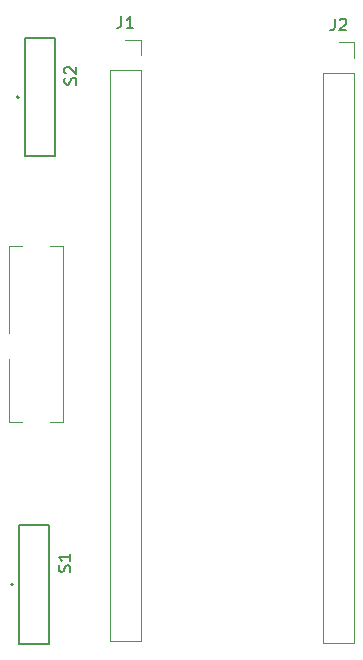
<source format=gbr>
%TF.GenerationSoftware,KiCad,Pcbnew,6.0.1-79c1e3a40b~116~ubuntu20.04.1*%
%TF.CreationDate,2022-02-10T07:45:32-06:00*%
%TF.ProjectId,pico-ducky,7069636f-2d64-4756-936b-792e6b696361,rev?*%
%TF.SameCoordinates,Original*%
%TF.FileFunction,Legend,Top*%
%TF.FilePolarity,Positive*%
%FSLAX46Y46*%
G04 Gerber Fmt 4.6, Leading zero omitted, Abs format (unit mm)*
G04 Created by KiCad (PCBNEW 6.0.1-79c1e3a40b~116~ubuntu20.04.1) date 2022-02-10 07:45:32*
%MOMM*%
%LPD*%
G01*
G04 APERTURE LIST*
%ADD10C,0.150000*%
%ADD11C,0.120000*%
%ADD12C,0.127000*%
%ADD13C,0.200000*%
G04 APERTURE END LIST*
D10*
%TO.C,J2*%
X130666666Y-50082380D02*
X130666666Y-50796666D01*
X130619047Y-50939523D01*
X130523809Y-51034761D01*
X130380952Y-51082380D01*
X130285714Y-51082380D01*
X131095238Y-50177619D02*
X131142857Y-50130000D01*
X131238095Y-50082380D01*
X131476190Y-50082380D01*
X131571428Y-50130000D01*
X131619047Y-50177619D01*
X131666666Y-50272857D01*
X131666666Y-50368095D01*
X131619047Y-50510952D01*
X131047619Y-51082380D01*
X131666666Y-51082380D01*
%TO.C,S1*%
X108239761Y-96936904D02*
X108287380Y-96794047D01*
X108287380Y-96555952D01*
X108239761Y-96460714D01*
X108192142Y-96413095D01*
X108096904Y-96365476D01*
X108001666Y-96365476D01*
X107906428Y-96413095D01*
X107858809Y-96460714D01*
X107811190Y-96555952D01*
X107763571Y-96746428D01*
X107715952Y-96841666D01*
X107668333Y-96889285D01*
X107573095Y-96936904D01*
X107477857Y-96936904D01*
X107382619Y-96889285D01*
X107335000Y-96841666D01*
X107287380Y-96746428D01*
X107287380Y-96508333D01*
X107335000Y-96365476D01*
X108287380Y-95413095D02*
X108287380Y-95984523D01*
X108287380Y-95698809D02*
X107287380Y-95698809D01*
X107430238Y-95794047D01*
X107525476Y-95889285D01*
X107573095Y-95984523D01*
%TO.C,J1*%
X112616666Y-49887380D02*
X112616666Y-50601666D01*
X112569047Y-50744523D01*
X112473809Y-50839761D01*
X112330952Y-50887380D01*
X112235714Y-50887380D01*
X113616666Y-50887380D02*
X113045238Y-50887380D01*
X113330952Y-50887380D02*
X113330952Y-49887380D01*
X113235714Y-50030238D01*
X113140476Y-50125476D01*
X113045238Y-50173095D01*
%TO.C,S2*%
X108739761Y-55676904D02*
X108787380Y-55534047D01*
X108787380Y-55295952D01*
X108739761Y-55200714D01*
X108692142Y-55153095D01*
X108596904Y-55105476D01*
X108501666Y-55105476D01*
X108406428Y-55153095D01*
X108358809Y-55200714D01*
X108311190Y-55295952D01*
X108263571Y-55486428D01*
X108215952Y-55581666D01*
X108168333Y-55629285D01*
X108073095Y-55676904D01*
X107977857Y-55676904D01*
X107882619Y-55629285D01*
X107835000Y-55581666D01*
X107787380Y-55486428D01*
X107787380Y-55248333D01*
X107835000Y-55105476D01*
X107882619Y-54724523D02*
X107835000Y-54676904D01*
X107787380Y-54581666D01*
X107787380Y-54343571D01*
X107835000Y-54248333D01*
X107882619Y-54200714D01*
X107977857Y-54153095D01*
X108073095Y-54153095D01*
X108215952Y-54200714D01*
X108787380Y-54772142D01*
X108787380Y-54153095D01*
D11*
%TO.C,SW3*%
X103126700Y-84229500D02*
X103126700Y-78933600D01*
X106563274Y-69370500D02*
X107673300Y-69370500D01*
X103126700Y-76673000D02*
X103126700Y-69370500D01*
X107673300Y-84229500D02*
X106563274Y-84229500D01*
X107673300Y-69370500D02*
X107673300Y-84229500D01*
X103126700Y-69370500D02*
X104236726Y-69370500D01*
X104236726Y-84229500D02*
X103126700Y-84229500D01*
%TO.C,J2*%
X132330000Y-54670000D02*
X132330000Y-102990000D01*
X129670000Y-102990000D02*
X132330000Y-102990000D01*
X129670000Y-54670000D02*
X132330000Y-54670000D01*
X132330000Y-52070000D02*
X132330000Y-53400000D01*
X129670000Y-54670000D02*
X129670000Y-102990000D01*
X131000000Y-52070000D02*
X132330000Y-52070000D01*
D12*
%TO.C,S1*%
X106450000Y-103000000D02*
X106450000Y-93000000D01*
X103950000Y-93000000D02*
X103950000Y-103000000D01*
X103950000Y-103000000D02*
X106450000Y-103000000D01*
X106450000Y-93000000D02*
X103950000Y-93000000D01*
D13*
X103450000Y-98000000D02*
G75*
G03*
X103450000Y-98000000I-100000J0D01*
G01*
D11*
%TO.C,J1*%
X111620000Y-102795000D02*
X114280000Y-102795000D01*
X111620000Y-54475000D02*
X114280000Y-54475000D01*
X114280000Y-51875000D02*
X114280000Y-53205000D01*
X112950000Y-51875000D02*
X114280000Y-51875000D01*
X111620000Y-54475000D02*
X111620000Y-102795000D01*
X114280000Y-54475000D02*
X114280000Y-102795000D01*
D12*
%TO.C,S2*%
X104450000Y-61740000D02*
X106950000Y-61740000D01*
X104450000Y-51740000D02*
X104450000Y-61740000D01*
X106950000Y-61740000D02*
X106950000Y-51740000D01*
X106950000Y-51740000D02*
X104450000Y-51740000D01*
D13*
X103950000Y-56740000D02*
G75*
G03*
X103950000Y-56740000I-100000J0D01*
G01*
%TD*%
M02*

</source>
